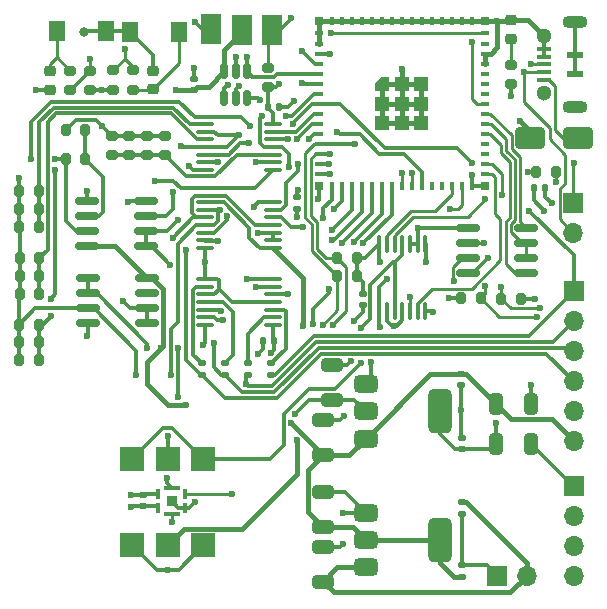
<source format=gbr>
%TF.GenerationSoftware,KiCad,Pcbnew,8.0.6*%
%TF.CreationDate,2025-08-25T15:23:13+02:00*%
%TF.ProjectId,probe,70726f62-652e-46b6-9963-61645f706362,V4-0*%
%TF.SameCoordinates,Original*%
%TF.FileFunction,Copper,L1,Top*%
%TF.FilePolarity,Positive*%
%FSLAX46Y46*%
G04 Gerber Fmt 4.6, Leading zero omitted, Abs format (unit mm)*
G04 Created by KiCad (PCBNEW 8.0.6) date 2025-08-25 15:23:13*
%MOMM*%
%LPD*%
G01*
G04 APERTURE LIST*
G04 Aperture macros list*
%AMRoundRect*
0 Rectangle with rounded corners*
0 $1 Rounding radius*
0 $2 $3 $4 $5 $6 $7 $8 $9 X,Y pos of 4 corners*
0 Add a 4 corners polygon primitive as box body*
4,1,4,$2,$3,$4,$5,$6,$7,$8,$9,$2,$3,0*
0 Add four circle primitives for the rounded corners*
1,1,$1+$1,$2,$3*
1,1,$1+$1,$4,$5*
1,1,$1+$1,$6,$7*
1,1,$1+$1,$8,$9*
0 Add four rect primitives between the rounded corners*
20,1,$1+$1,$2,$3,$4,$5,0*
20,1,$1+$1,$4,$5,$6,$7,0*
20,1,$1+$1,$6,$7,$8,$9,0*
20,1,$1+$1,$8,$9,$2,$3,0*%
%AMFreePoly0*
4,1,6,0.600000,-0.600000,-0.600000,-0.600000,-0.600000,0.000000,0.000000,0.600000,0.600000,0.600000,0.600000,-0.600000,0.600000,-0.600000,$1*%
G04 Aperture macros list end*
%TA.AperFunction,SMDPad,CuDef*%
%ADD10RoundRect,0.200000X-0.200000X-0.275000X0.200000X-0.275000X0.200000X0.275000X-0.200000X0.275000X0*%
%TD*%
%TA.AperFunction,SMDPad,CuDef*%
%ADD11R,1.250000X0.400000*%
%TD*%
%TA.AperFunction,ComponentPad*%
%ADD12O,2.140000X1.070000*%
%TD*%
%TA.AperFunction,ComponentPad*%
%ADD13C,1.300000*%
%TD*%
%TA.AperFunction,SMDPad,CuDef*%
%ADD14R,1.350000X0.600000*%
%TD*%
%TA.AperFunction,ComponentPad*%
%ADD15R,1.700000X1.700000*%
%TD*%
%TA.AperFunction,ComponentPad*%
%ADD16O,1.700000X1.700000*%
%TD*%
%TA.AperFunction,SMDPad,CuDef*%
%ADD17RoundRect,0.225000X0.250000X-0.225000X0.250000X0.225000X-0.250000X0.225000X-0.250000X-0.225000X0*%
%TD*%
%TA.AperFunction,SMDPad,CuDef*%
%ADD18RoundRect,0.250000X-1.000000X-0.650000X1.000000X-0.650000X1.000000X0.650000X-1.000000X0.650000X0*%
%TD*%
%TA.AperFunction,SMDPad,CuDef*%
%ADD19RoundRect,0.200000X0.275000X-0.200000X0.275000X0.200000X-0.275000X0.200000X-0.275000X-0.200000X0*%
%TD*%
%TA.AperFunction,SMDPad,CuDef*%
%ADD20R,1.350000X1.800000*%
%TD*%
%TA.AperFunction,SMDPad,CuDef*%
%ADD21RoundRect,0.200000X0.200000X0.275000X-0.200000X0.275000X-0.200000X-0.275000X0.200000X-0.275000X0*%
%TD*%
%TA.AperFunction,SMDPad,CuDef*%
%ADD22RoundRect,0.140000X0.170000X-0.140000X0.170000X0.140000X-0.170000X0.140000X-0.170000X-0.140000X0*%
%TD*%
%TA.AperFunction,SMDPad,CuDef*%
%ADD23R,1.400000X0.350000*%
%TD*%
%TA.AperFunction,SMDPad,CuDef*%
%ADD24R,0.350000X0.900000*%
%TD*%
%TA.AperFunction,SMDPad,CuDef*%
%ADD25R,0.900000X0.900000*%
%TD*%
%TA.AperFunction,SMDPad,CuDef*%
%ADD26RoundRect,0.140000X-0.140000X-0.170000X0.140000X-0.170000X0.140000X0.170000X-0.140000X0.170000X0*%
%TD*%
%TA.AperFunction,SMDPad,CuDef*%
%ADD27RoundRect,0.225000X-0.250000X0.225000X-0.250000X-0.225000X0.250000X-0.225000X0.250000X0.225000X0*%
%TD*%
%TA.AperFunction,SMDPad,CuDef*%
%ADD28RoundRect,0.140000X-0.170000X0.140000X-0.170000X-0.140000X0.170000X-0.140000X0.170000X0.140000X0*%
%TD*%
%TA.AperFunction,SMDPad,CuDef*%
%ADD29RoundRect,0.250000X0.650000X-0.325000X0.650000X0.325000X-0.650000X0.325000X-0.650000X-0.325000X0*%
%TD*%
%TA.AperFunction,SMDPad,CuDef*%
%ADD30RoundRect,0.100000X-0.637500X-0.100000X0.637500X-0.100000X0.637500X0.100000X-0.637500X0.100000X0*%
%TD*%
%TA.AperFunction,SMDPad,CuDef*%
%ADD31R,2.000000X2.000000*%
%TD*%
%TA.AperFunction,SMDPad,CuDef*%
%ADD32RoundRect,0.375000X-0.625000X-0.375000X0.625000X-0.375000X0.625000X0.375000X-0.625000X0.375000X0*%
%TD*%
%TA.AperFunction,SMDPad,CuDef*%
%ADD33RoundRect,0.500000X-0.500000X-1.400000X0.500000X-1.400000X0.500000X1.400000X-0.500000X1.400000X0*%
%TD*%
%TA.AperFunction,SMDPad,CuDef*%
%ADD34R,0.800000X0.400000*%
%TD*%
%TA.AperFunction,SMDPad,CuDef*%
%ADD35R,0.400000X0.800000*%
%TD*%
%TA.AperFunction,SMDPad,CuDef*%
%ADD36FreePoly0,0.000000*%
%TD*%
%TA.AperFunction,SMDPad,CuDef*%
%ADD37R,1.200000X1.200000*%
%TD*%
%TA.AperFunction,SMDPad,CuDef*%
%ADD38R,0.800000X0.800000*%
%TD*%
%TA.AperFunction,SMDPad,CuDef*%
%ADD39RoundRect,0.150000X-0.150000X0.512500X-0.150000X-0.512500X0.150000X-0.512500X0.150000X0.512500X0*%
%TD*%
%TA.AperFunction,SMDPad,CuDef*%
%ADD40RoundRect,0.250000X-0.325000X-0.650000X0.325000X-0.650000X0.325000X0.650000X-0.325000X0.650000X0*%
%TD*%
%TA.AperFunction,SMDPad,CuDef*%
%ADD41RoundRect,0.200000X-0.275000X0.200000X-0.275000X-0.200000X0.275000X-0.200000X0.275000X0.200000X0*%
%TD*%
%TA.AperFunction,SMDPad,CuDef*%
%ADD42RoundRect,0.150000X0.825000X0.150000X-0.825000X0.150000X-0.825000X-0.150000X0.825000X-0.150000X0*%
%TD*%
%TA.AperFunction,SMDPad,CuDef*%
%ADD43R,1.750000X2.500000*%
%TD*%
%TA.AperFunction,SMDPad,CuDef*%
%ADD44RoundRect,0.150000X-0.825000X-0.150000X0.825000X-0.150000X0.825000X0.150000X-0.825000X0.150000X0*%
%TD*%
%TA.AperFunction,SMDPad,CuDef*%
%ADD45RoundRect,0.218750X-0.256250X0.218750X-0.256250X-0.218750X0.256250X-0.218750X0.256250X0.218750X0*%
%TD*%
%TA.AperFunction,SMDPad,CuDef*%
%ADD46RoundRect,0.100000X0.100000X-0.637500X0.100000X0.637500X-0.100000X0.637500X-0.100000X-0.637500X0*%
%TD*%
%TA.AperFunction,ViaPad*%
%ADD47C,0.600000*%
%TD*%
%TA.AperFunction,ViaPad*%
%ADD48C,0.800000*%
%TD*%
%TA.AperFunction,Conductor*%
%ADD49C,0.400000*%
%TD*%
%TA.AperFunction,Conductor*%
%ADD50C,0.350000*%
%TD*%
%TA.AperFunction,Conductor*%
%ADD51C,0.300000*%
%TD*%
%TA.AperFunction,Conductor*%
%ADD52C,0.250000*%
%TD*%
G04 APERTURE END LIST*
D10*
%TO.P,R22,1*%
%TO.N,/Signal*%
X145025000Y-32760000D03*
%TO.P,R22,2*%
%TO.N,Net-(U5B--)*%
X146675000Y-32760000D03*
%TD*%
D11*
%TO.P,J2,1,VBUS*%
%TO.N,Net-(D1-A)*%
X185500000Y-26000000D03*
%TO.P,J2,2,D-*%
%TO.N,D-*%
X185500000Y-25350000D03*
%TO.P,J2,3,D+*%
%TO.N,D+*%
X185500000Y-24700000D03*
%TO.P,J2,4,ID*%
%TO.N,GND*%
X185500000Y-24050000D03*
%TO.P,J2,5,GND*%
X185500000Y-23400000D03*
D12*
%TO.P,J2,6,Shield*%
X188125000Y-21100000D03*
D13*
X185475000Y-22275000D03*
D14*
X188150000Y-23900000D03*
X188150000Y-25500000D03*
D13*
X185475000Y-27125000D03*
D12*
X188125000Y-28300000D03*
%TD*%
D15*
%TO.P,J1,1,Pin_1*%
%TO.N,GND*%
X181525000Y-68000000D03*
D16*
%TO.P,J1,2,Pin_2*%
%TO.N,9V*%
X184065000Y-68000000D03*
%TD*%
D17*
%TO.P,C11,1*%
%TO.N,Net-(C11-Pad1)*%
X152425000Y-26800000D03*
%TO.P,C11,2*%
%TO.N,GND*%
X152425000Y-25250000D03*
%TD*%
D18*
%TO.P,D1,1,K*%
%TO.N,5V*%
X184350000Y-30950000D03*
%TO.P,D1,2,A*%
%TO.N,Net-(D1-A)*%
X188350000Y-30950000D03*
%TD*%
D19*
%TO.P,R1,1*%
%TO.N,Net-(C11-Pad1)*%
X150725000Y-26850000D03*
%TO.P,R1,2*%
%TO.N,EN*%
X150725000Y-25200000D03*
%TD*%
D20*
%TO.P,SW1,1,1*%
%TO.N,GND*%
X150475000Y-21950000D03*
%TO.P,SW1,2,2*%
%TO.N,Net-(C11-Pad1)*%
X154625000Y-21950000D03*
%TD*%
D21*
%TO.P,R12,1*%
%TO.N,Net-(U6-NO2)*%
X142775000Y-42650000D03*
%TO.P,R12,2*%
%TO.N,/AMP*%
X141125000Y-42650000D03*
%TD*%
D22*
%TO.P,C13,1*%
%TO.N,5V*%
X155862500Y-26905000D03*
%TO.P,C13,2*%
%TO.N,GND*%
X155862500Y-25945000D03*
%TD*%
D23*
%TO.P,U13,1,SDA*%
%TO.N,SDA*%
X153975000Y-62815000D03*
D24*
%TO.P,U13,2,SA0*%
%TO.N,GND*%
X155100000Y-62265000D03*
%TO.P,U13,3,SCL*%
%TO.N,SCL*%
X155100000Y-61115000D03*
D23*
%TO.P,U13,4,INT*%
%TO.N,INT*%
X153975000Y-60565000D03*
D24*
%TO.P,U13,5,GND*%
%TO.N,GND*%
X152850000Y-61115000D03*
%TO.P,U13,6,VDD*%
%TO.N,3V3*%
X152850000Y-62265000D03*
D25*
%TO.P,U13,7,LID*%
%TO.N,GND*%
X153975000Y-61690000D03*
%TD*%
D22*
%TO.P,C15,1*%
%TO.N,/UNB_DAC*%
X156515000Y-51000000D03*
%TO.P,C15,2*%
%TO.N,C_UBD*%
X156515000Y-50040000D03*
%TD*%
D19*
%TO.P,R26,1*%
%TO.N,3V3*%
X162162500Y-26650000D03*
%TO.P,R26,2*%
%TO.N,GPIO42*%
X162162500Y-25000000D03*
%TD*%
%TO.P,R18,1*%
%TO.N,/Calib*%
X150400000Y-32400000D03*
%TO.P,R18,2*%
%TO.N,GND*%
X150400000Y-30750000D03*
%TD*%
D22*
%TO.P,C16,1*%
%TO.N,/DAC*%
X158485000Y-51000000D03*
%TO.P,C16,2*%
%TO.N,C_DAC*%
X158485000Y-50040000D03*
%TD*%
D26*
%TO.P,C19,1*%
%TO.N,3V3*%
X162140000Y-28350000D03*
%TO.P,C19,2*%
%TO.N,GND*%
X163100000Y-28350000D03*
%TD*%
%TO.P,C22,1*%
%TO.N,3V3*%
X161720000Y-48150000D03*
%TO.P,C22,2*%
%TO.N,GND*%
X162680000Y-48150000D03*
%TD*%
D22*
%TO.P,C8,1*%
%TO.N,5V*%
X178600000Y-68100000D03*
%TO.P,C8,2*%
%TO.N,GND*%
X178600000Y-67140000D03*
%TD*%
%TO.P,C17,1*%
%TO.N,/AMP*%
X160455000Y-51000000D03*
%TO.P,C17,2*%
%TO.N,C_AMP*%
X160455000Y-50040000D03*
%TD*%
D10*
%TO.P,R27,1*%
%TO.N,3V3*%
X178500000Y-44515000D03*
%TO.P,R27,2*%
%TO.N,RS485_A+*%
X180150000Y-44515000D03*
%TD*%
D21*
%TO.P,R15,1*%
%TO.N,Net-(U6-NO3)*%
X142725000Y-48250000D03*
%TO.P,R15,2*%
%TO.N,/AMP*%
X141075000Y-48250000D03*
%TD*%
D19*
%TO.P,R19,1*%
%TO.N,/Calib*%
X151900000Y-32400000D03*
%TO.P,R19,2*%
%TO.N,GND*%
X151900000Y-30750000D03*
%TD*%
D21*
%TO.P,R16,1*%
%TO.N,Net-(U6-NO3)*%
X142725000Y-46750000D03*
%TO.P,R16,2*%
%TO.N,/AMP*%
X141075000Y-46750000D03*
%TD*%
D20*
%TO.P,SW2,1,1*%
%TO.N,GND*%
X148400000Y-21925000D03*
%TO.P,SW2,2,2*%
%TO.N,Net-(C12-Pad1)*%
X144250000Y-21925000D03*
%TD*%
D15*
%TO.P,J5,1,Pin_1*%
%TO.N,D+*%
X188000000Y-36450000D03*
D16*
%TO.P,J5,2,Pin_2*%
%TO.N,D-*%
X188000000Y-38990000D03*
%TD*%
D27*
%TO.P,C12,1*%
%TO.N,Net-(C12-Pad1)*%
X143675000Y-25300000D03*
%TO.P,C12,2*%
%TO.N,GND*%
X143675000Y-26850000D03*
%TD*%
D21*
%TO.P,R23,1*%
%TO.N,RS485_A+*%
X186500000Y-33800000D03*
%TO.P,R23,2*%
%TO.N,RS485_B-*%
X184850000Y-33800000D03*
%TD*%
D28*
%TO.P,C21,1*%
%TO.N,3V3*%
X170150000Y-44150000D03*
%TO.P,C21,2*%
%TO.N,GND*%
X170150000Y-45110000D03*
%TD*%
D15*
%TO.P,J6,1,Pin_1*%
%TO.N,GND*%
X188050000Y-60410000D03*
D16*
%TO.P,J6,2,Pin_2*%
%TO.N,RS485_B-*%
X188050000Y-62950000D03*
%TO.P,J6,3,Pin_3*%
%TO.N,RS485_A+*%
X188050000Y-65490000D03*
%TO.P,J6,4,Pin_4*%
%TO.N,9V*%
X188050000Y-68030000D03*
%TD*%
D29*
%TO.P,C6,1*%
%TO.N,9V*%
X166800000Y-68500000D03*
%TO.P,C6,2*%
%TO.N,GND*%
X166800000Y-65550000D03*
%TD*%
D30*
%TO.P,U7,1,NO1*%
%TO.N,/Au+*%
X156812500Y-36375000D03*
%TO.P,U7,2,COM1*%
%TO.N,/AMP*%
X156812500Y-37025000D03*
%TO.P,U7,3,NO2*%
%TO.N,/Au-*%
X156812500Y-37675000D03*
%TO.P,U7,4,COM2*%
%TO.N,/AMP*%
X156812500Y-38325000D03*
%TO.P,U7,5,IN2*%
%TO.N,SW_Au-*%
X156812500Y-38975000D03*
%TO.P,U7,6,IN3*%
%TO.N,SW_Au+_GND*%
X156812500Y-39625000D03*
%TO.P,U7,7,GND*%
%TO.N,GND*%
X156812500Y-40275000D03*
%TO.P,U7,8,NO3*%
%TO.N,/Au+*%
X162537500Y-40275000D03*
%TO.P,U7,9,COM3*%
%TO.N,GND*%
X162537500Y-39625000D03*
%TO.P,U7,10,COM4*%
X162537500Y-38975000D03*
%TO.P,U7,11,NO4*%
%TO.N,/Au-*%
X162537500Y-38325000D03*
%TO.P,U7,12,IN4*%
%TO.N,SW_Au-_GND*%
X162537500Y-37675000D03*
%TO.P,U7,13,IN1*%
%TO.N,SW_Au+*%
X162537500Y-37025000D03*
%TO.P,U7,14,VCC*%
%TO.N,3V3*%
X162537500Y-36375000D03*
%TD*%
D21*
%TO.P,R24,1*%
%TO.N,3V3*%
X169650000Y-42662500D03*
%TO.P,R24,2*%
%TO.N,SDA*%
X168000000Y-42662500D03*
%TD*%
D31*
%TO.P,J8,1,Pin_1*%
%TO.N,/Au-*%
X153650000Y-58125000D03*
%TO.P,J8,2,Pin_2*%
%TO.N,Au- Shield*%
X156650000Y-58125000D03*
X150650000Y-58125000D03*
%TD*%
D32*
%TO.P,U2,1,GND*%
%TO.N,GND*%
X170400000Y-51800000D03*
%TO.P,U2,2,VO*%
%TO.N,3V3*%
X170400000Y-54100000D03*
D33*
X176700000Y-54100000D03*
D32*
%TO.P,U2,3,VI*%
%TO.N,5V*%
X170400000Y-56400000D03*
%TD*%
D34*
%TO.P,U4,1,GND*%
%TO.N,GND*%
X166475000Y-22100000D03*
%TO.P,U4,2,GND*%
X166475000Y-22950000D03*
%TO.P,U4,3,3V3*%
%TO.N,3V3*%
X166475000Y-23800000D03*
%TO.P,U4,4,GPIO0/BOOT*%
%TO.N,GPIO0*%
X166475000Y-24650000D03*
%TO.P,U4,5,GPIO1/ADC1_CH0*%
%TO.N,/UNB_DAC*%
X166475000Y-25500000D03*
%TO.P,U4,6,GPIO2/ADC1_CH1*%
%TO.N,/DAC*%
X166475000Y-26350000D03*
%TO.P,U4,7,GPIO3/ADC1_CH2*%
%TO.N,/AMP*%
X166475000Y-27200000D03*
%TO.P,U4,8,GPIO4/ADC1_CH3*%
%TO.N,/Signal*%
X166475000Y-28050000D03*
%TO.P,U4,9,GPIO5/ADC1_CH4*%
%TO.N,SW_R1_100*%
X166475000Y-28900000D03*
%TO.P,U4,10,GPIO6/ADC1_CH5*%
%TO.N,SW_R1_1K*%
X166475000Y-29750000D03*
%TO.P,U4,11,GPIO7/ADC1_CH6*%
%TO.N,SW_R1_10K*%
X166475000Y-30600000D03*
%TO.P,U4,12,GPIO8/ADC1_CH7*%
%TO.N,SDA*%
X166475000Y-31450000D03*
%TO.P,U4,13,GPIO9/ADC1_CH8*%
%TO.N,SCL*%
X166475000Y-32300000D03*
%TO.P,U4,14,GPIO10/ADC1_CH9*%
%TO.N,SW_Au+*%
X166475000Y-33150000D03*
%TO.P,U4,15,GPIO11/ADC2_CH0*%
%TO.N,SW_Au-*%
X166475000Y-34000000D03*
D35*
%TO.P,U4,16,GPIO12/ADC2_CH1*%
%TO.N,SW_Au+_GND*%
X167525000Y-35050000D03*
%TO.P,U4,17,GPIO13/ADC2_CH2*%
%TO.N,SW_Au-_GND*%
X168375000Y-35050000D03*
%TO.P,U4,18,GPIO14/ADC2_CH3*%
%TO.N,SW_UBD*%
X169225000Y-35050000D03*
%TO.P,U4,19,GPIO15/ADC2_CH4/XTAL_32K_P*%
%TO.N,SW_DAC*%
X170075000Y-35050000D03*
%TO.P,U4,20,GPIO16/ADC2_CH5/XTAL_32K_N*%
%TO.N,SW_AMP*%
X170925000Y-35050000D03*
%TO.P,U4,21,ADC2_CH6/DAC_1/GPIO17*%
%TO.N,SW_SGN*%
X171775000Y-35050000D03*
%TO.P,U4,22,ADC2_CH7/DAC_2/GPIO18*%
%TO.N,INT*%
X172625000Y-35050000D03*
%TO.P,U4,23,USB_D-/ADC2_CH8/GPIO19*%
%TO.N,D-*%
X173475000Y-35050000D03*
%TO.P,U4,24,USB_D+/ADC2_CH9/GPIO20*%
%TO.N,D+*%
X174325000Y-35050000D03*
%TO.P,U4,25,GPIO21*%
%TO.N,SW_Calib*%
X175175000Y-35050000D03*
%TO.P,U4,26,SPI_CS1/GPIO26*%
%TO.N,unconnected-(U4-SPI_CS1{slash}GPIO26-Pad26)*%
X176025000Y-35050000D03*
%TO.P,U4,27,NC*%
%TO.N,unconnected-(U4-NC-Pad27)*%
X176875000Y-35050000D03*
%TO.P,U4,28,GPIO33*%
%TO.N,SW_Au+_SH+*%
X177725000Y-35050000D03*
%TO.P,U4,29,GPIO34*%
%TO.N,SW_Au-_SH+*%
X178575000Y-35050000D03*
%TO.P,U4,30,GND*%
%TO.N,GND*%
X179425000Y-35050000D03*
D34*
%TO.P,U4,31,GPIO35*%
%TO.N,SW_Au+_SH-*%
X180475000Y-34000000D03*
%TO.P,U4,32,GPIO36*%
%TO.N,SW_Au-_SH-*%
X180475000Y-33150000D03*
%TO.P,U4,33,GPIO37*%
%TO.N,unconnected-(U4-GPIO37-Pad33)*%
X180475000Y-32300000D03*
%TO.P,U4,34,GPIO38*%
%TO.N,unconnected-(U4-GPIO38-Pad34)*%
X180475000Y-31450000D03*
%TO.P,U4,35,MTCK/JTAG/GPIO39*%
%TO.N,GPIO39*%
X180475000Y-30600000D03*
%TO.P,U4,36,MTDO/JTAG/GPIO40*%
%TO.N,GPIO40*%
X180475000Y-29750000D03*
%TO.P,U4,37,MTDI/JTAG/GPIO41*%
%TO.N,GPIO41*%
X180475000Y-28900000D03*
%TO.P,U4,38,MTMS/JTAG/GPIO42*%
%TO.N,GPIO42*%
X180475000Y-28050000D03*
%TO.P,U4,39,GPIO43/U0TXD/PROG*%
%TO.N,unconnected-(U4-GPIO43{slash}U0TXD{slash}PROG-Pad39)*%
X180475000Y-27200000D03*
%TO.P,U4,40,GPIO44/U0RXD/PROG*%
%TO.N,unconnected-(U4-GPIO44{slash}U0RXD{slash}PROG-Pad40)*%
X180475000Y-26350000D03*
%TO.P,U4,41,GPIO45*%
%TO.N,unconnected-(U4-GPIO45-Pad41)*%
X180475000Y-25500000D03*
%TO.P,U4,42,GND*%
%TO.N,GND*%
X180475000Y-24650000D03*
%TO.P,U4,43,GND*%
X180475000Y-23800000D03*
%TO.P,U4,44,GPIO46*%
%TO.N,unconnected-(U4-GPIO46-Pad44)*%
X180475000Y-22950000D03*
%TO.P,U4,45,CHIP/PU/RESET*%
%TO.N,EN*%
X180475000Y-22100000D03*
D35*
%TO.P,U4,46,GND*%
%TO.N,GND*%
X179425000Y-21050000D03*
%TO.P,U4,47,GND*%
X178575000Y-21050000D03*
%TO.P,U4,48,GND*%
X177725000Y-21050000D03*
%TO.P,U4,49,GND*%
X176875000Y-21050000D03*
%TO.P,U4,50,GND*%
X176025000Y-21050000D03*
%TO.P,U4,51,GND*%
X175175000Y-21050000D03*
%TO.P,U4,52,GND*%
X174325000Y-21050000D03*
%TO.P,U4,53,GND*%
X173475000Y-21050000D03*
%TO.P,U4,54,GND*%
X172625000Y-21050000D03*
%TO.P,U4,55,GND*%
X171775000Y-21050000D03*
%TO.P,U4,56,GND*%
X170925000Y-21050000D03*
%TO.P,U4,57,GND*%
X170075000Y-21050000D03*
%TO.P,U4,58,GND*%
X169225000Y-21050000D03*
%TO.P,U4,59,GND*%
X168375000Y-21050000D03*
%TO.P,U4,60,GND*%
X167525000Y-21050000D03*
D36*
%TO.P,U4,61,GND*%
X171825000Y-26400000D03*
D37*
X171825000Y-28050000D03*
X171825000Y-29700000D03*
X173475000Y-26400000D03*
X173475000Y-28050000D03*
X173475000Y-29700000D03*
X175125000Y-26400000D03*
X175125000Y-28050000D03*
X175125000Y-29700000D03*
D38*
%TO.P,U4,62,GND*%
X166475000Y-21050000D03*
%TO.P,U4,63,GND*%
X166475000Y-35050000D03*
%TO.P,U4,64,GND*%
X180475000Y-35050000D03*
%TO.P,U4,65,GND*%
X180475000Y-21050000D03*
%TD*%
D30*
%TO.P,U6,1,NO1*%
%TO.N,Net-(U6-NO1)*%
X156837500Y-29750000D03*
%TO.P,U6,2,COM1*%
%TO.N,/DAC*%
X156837500Y-30400000D03*
%TO.P,U6,3,NO2*%
%TO.N,Net-(U6-NO2)*%
X156837500Y-31050000D03*
%TO.P,U6,4,COM2*%
%TO.N,/DAC*%
X156837500Y-31700000D03*
%TO.P,U6,5,IN2*%
%TO.N,SW_R1_1K*%
X156837500Y-32350000D03*
%TO.P,U6,6,IN3*%
%TO.N,SW_R1_10K*%
X156837500Y-33000000D03*
%TO.P,U6,7,GND*%
%TO.N,GND*%
X156837500Y-33650000D03*
%TO.P,U6,8,NO3*%
%TO.N,Net-(U6-NO3)*%
X162562500Y-33650000D03*
%TO.P,U6,9,COM3*%
%TO.N,/DAC*%
X162562500Y-33000000D03*
%TO.P,U6,10,COM4*%
%TO.N,/Calib*%
X162562500Y-32350000D03*
%TO.P,U6,11,NO4*%
%TO.N,/AMP*%
X162562500Y-31700000D03*
%TO.P,U6,12,IN4*%
%TO.N,SW_Calib*%
X162562500Y-31050000D03*
%TO.P,U6,13,IN1*%
%TO.N,SW_R1_100*%
X162562500Y-30400000D03*
%TO.P,U6,14,VCC*%
%TO.N,3V3*%
X162562500Y-29750000D03*
%TD*%
D28*
%TO.P,C20,1*%
%TO.N,3V3*%
X164600000Y-35970000D03*
%TO.P,C20,2*%
%TO.N,GND*%
X164600000Y-36930000D03*
%TD*%
D39*
%TO.P,U1,1,VOUT*%
%TO.N,/UNB_DAC*%
X160350000Y-25300000D03*
%TO.P,U1,2,VSS*%
%TO.N,GND*%
X159400000Y-25300000D03*
%TO.P,U1,3,VDD*%
%TO.N,5V*%
X158450000Y-25300000D03*
%TO.P,U1,4,SDA*%
%TO.N,SDA*%
X158450000Y-27575000D03*
%TO.P,U1,5,SCL*%
%TO.N,SCL*%
X159400000Y-27575000D03*
%TO.P,U1,6,A0*%
%TO.N,GND*%
X160350000Y-27575000D03*
%TD*%
D29*
%TO.P,C7,1*%
%TO.N,5V*%
X166800000Y-63900000D03*
%TO.P,C7,2*%
%TO.N,GND*%
X166800000Y-60950000D03*
%TD*%
D22*
%TO.P,C18,1*%
%TO.N,/Signal*%
X162425000Y-51000000D03*
%TO.P,C18,2*%
%TO.N,C_SGN*%
X162425000Y-50040000D03*
%TD*%
D28*
%TO.P,C1,1*%
%TO.N,5V*%
X178500000Y-50920000D03*
%TO.P,C1,2*%
%TO.N,GND*%
X178500000Y-51880000D03*
%TD*%
D21*
%TO.P,R10,1*%
%TO.N,Net-(U6-NO1)*%
X142750000Y-35450000D03*
%TO.P,R10,2*%
%TO.N,/AMP*%
X141100000Y-35450000D03*
%TD*%
D10*
%TO.P,R21,1*%
%TO.N,GND*%
X145025000Y-30250000D03*
%TO.P,R21,2*%
%TO.N,Net-(U5B--)*%
X146675000Y-30250000D03*
%TD*%
D40*
%TO.P,C10,1*%
%TO.N,3V3*%
X181450000Y-56825000D03*
%TO.P,C10,2*%
%TO.N,GND*%
X184400000Y-56825000D03*
%TD*%
D41*
%TO.P,R2,1*%
%TO.N,Net-(C12-Pad1)*%
X145375000Y-25250000D03*
%TO.P,R2,2*%
%TO.N,GPIO0*%
X145375000Y-26900000D03*
%TD*%
D40*
%TO.P,C9,1*%
%TO.N,5V*%
X181450000Y-53475000D03*
%TO.P,C9,2*%
%TO.N,GND*%
X184400000Y-53475000D03*
%TD*%
D19*
%TO.P,R7,1*%
%TO.N,3V3*%
X149025000Y-26875000D03*
%TO.P,R7,2*%
%TO.N,EN*%
X149025000Y-25225000D03*
%TD*%
D21*
%TO.P,R8,1*%
%TO.N,Net-(U6-NO1)*%
X142750000Y-38450000D03*
%TO.P,R8,2*%
%TO.N,/AMP*%
X141100000Y-38450000D03*
%TD*%
%TO.P,R25,1*%
%TO.N,3V3*%
X169650000Y-41112500D03*
%TO.P,R25,2*%
%TO.N,SCL*%
X168000000Y-41112500D03*
%TD*%
D42*
%TO.P,U12,1,RO*%
%TO.N,GPIO39*%
X184025000Y-42360000D03*
%TO.P,U12,2,~{RE}*%
%TO.N,GPIO40*%
X184025000Y-41090000D03*
%TO.P,U12,3,DE*%
X184025000Y-39820000D03*
%TO.P,U12,4,DI*%
%TO.N,GPIO41*%
X184025000Y-38550000D03*
%TO.P,U12,5,GND*%
%TO.N,GND*%
X179075000Y-38550000D03*
%TO.P,U12,6,A*%
%TO.N,RS485_A+*%
X179075000Y-39820000D03*
%TO.P,U12,7,B*%
%TO.N,RS485_B-*%
X179075000Y-41090000D03*
%TO.P,U12,8,VCC*%
%TO.N,3V3*%
X179075000Y-42360000D03*
%TD*%
D43*
%TO.P,J4,1,Pin_1*%
%TO.N,GND*%
X157300000Y-21750000D03*
%TO.P,J4,2,Pin_2*%
%TO.N,5V*%
X159900000Y-21800000D03*
%TO.P,J4,3,Pin_3*%
%TO.N,GPIO42*%
X162500000Y-21800000D03*
%TD*%
D21*
%TO.P,R13,1*%
%TO.N,Net-(U6-NO2)*%
X142775000Y-41150000D03*
%TO.P,R13,2*%
%TO.N,/AMP*%
X141125000Y-41150000D03*
%TD*%
D19*
%TO.P,R20,1*%
%TO.N,/Calib*%
X153400000Y-32400000D03*
%TO.P,R20,2*%
%TO.N,GND*%
X153400000Y-30750000D03*
%TD*%
D44*
%TO.P,U9,1*%
%TO.N,Net-(U10-COM1)*%
X146925000Y-42835000D03*
%TO.P,U9,2,-*%
X146925000Y-44105000D03*
%TO.P,U9,3,+*%
%TO.N,/AMP*%
X146925000Y-45375000D03*
%TO.P,U9,4,V-*%
%TO.N,GND*%
X146925000Y-46645000D03*
%TO.P,U9,5,+*%
X151875000Y-46645000D03*
%TO.P,U9,6,-*%
X151875000Y-45375000D03*
%TO.P,U9,7*%
%TO.N,unconnected-(U9-Pad7)*%
X151875000Y-44105000D03*
%TO.P,U9,8,V+*%
%TO.N,5V*%
X151875000Y-42835000D03*
%TD*%
D21*
%TO.P,R11,1*%
%TO.N,Net-(U6-NO2)*%
X142775000Y-44150000D03*
%TO.P,R11,2*%
%TO.N,/AMP*%
X141125000Y-44150000D03*
%TD*%
D28*
%TO.P,C5,1*%
%TO.N,9V*%
X178600000Y-61800000D03*
%TO.P,C5,2*%
%TO.N,GND*%
X178600000Y-62760000D03*
%TD*%
D21*
%TO.P,R14,1*%
%TO.N,Net-(U6-NO3)*%
X142725000Y-49750000D03*
%TO.P,R14,2*%
%TO.N,/AMP*%
X141075000Y-49750000D03*
%TD*%
D19*
%TO.P,R17,1*%
%TO.N,/Calib*%
X148900000Y-32400000D03*
%TO.P,R17,2*%
%TO.N,GND*%
X148900000Y-30750000D03*
%TD*%
D15*
%TO.P,J3,1,Pin_1*%
%TO.N,/Signal*%
X188050000Y-43910000D03*
D16*
%TO.P,J3,2,Pin_2*%
%TO.N,/AMP*%
X188050000Y-46450000D03*
%TO.P,J3,3,Pin_3*%
%TO.N,/DAC*%
X188050000Y-48990000D03*
%TO.P,J3,4,Pin_4*%
%TO.N,/UNB_DAC*%
X188050000Y-51530000D03*
%TO.P,J3,5,Pin_5*%
%TO.N,3V3*%
X188050000Y-54070000D03*
%TO.P,J3,6,Pin_6*%
%TO.N,5V*%
X188050000Y-56610000D03*
%TD*%
D42*
%TO.P,U5,1*%
%TO.N,/DAC*%
X151800000Y-40130000D03*
%TO.P,U5,2,-*%
X151800000Y-38860000D03*
%TO.P,U5,3,+*%
%TO.N,/UNB_DAC*%
X151800000Y-37590000D03*
%TO.P,U5,4,V-*%
%TO.N,GND*%
X151800000Y-36320000D03*
%TO.P,U5,5,+*%
%TO.N,/AMP*%
X146850000Y-36320000D03*
%TO.P,U5,6,-*%
%TO.N,Net-(U5B--)*%
X146850000Y-37590000D03*
%TO.P,U5,7*%
%TO.N,/Signal*%
X146850000Y-38860000D03*
%TO.P,U5,8,V+*%
%TO.N,5V*%
X146850000Y-40130000D03*
%TD*%
D30*
%TO.P,U8,1,NO1*%
%TO.N,GND*%
X156850000Y-42875000D03*
%TO.P,U8,2,COM1*%
%TO.N,C_UBD*%
X156850000Y-43525000D03*
%TO.P,U8,3,NO2*%
%TO.N,GND*%
X156850000Y-44175000D03*
%TO.P,U8,4,COM2*%
%TO.N,C_DAC*%
X156850000Y-44825000D03*
%TO.P,U8,5,IN2*%
%TO.N,SW_DAC*%
X156850000Y-45475000D03*
%TO.P,U8,6,IN3*%
%TO.N,SW_AMP*%
X156850000Y-46125000D03*
%TO.P,U8,7,GND*%
%TO.N,GND*%
X156850000Y-46775000D03*
%TO.P,U8,8,NO3*%
X162575000Y-46775000D03*
%TO.P,U8,9,COM3*%
%TO.N,C_AMP*%
X162575000Y-46125000D03*
%TO.P,U8,10,COM4*%
%TO.N,C_SGN*%
X162575000Y-45475000D03*
%TO.P,U8,11,NO4*%
%TO.N,GND*%
X162575000Y-44825000D03*
%TO.P,U8,12,IN4*%
%TO.N,SW_SGN*%
X162575000Y-44175000D03*
%TO.P,U8,13,IN1*%
%TO.N,SW_UBD*%
X162575000Y-43525000D03*
%TO.P,U8,14,VCC*%
%TO.N,3V3*%
X162575000Y-42875000D03*
%TD*%
D10*
%TO.P,R28,1*%
%TO.N,RS485_B-*%
X181875000Y-44550000D03*
%TO.P,R28,2*%
%TO.N,GND*%
X183525000Y-44550000D03*
%TD*%
D22*
%TO.P,C23,1*%
%TO.N,3V3*%
X151550000Y-62125000D03*
%TO.P,C23,2*%
%TO.N,GND*%
X151550000Y-61165000D03*
%TD*%
D41*
%TO.P,R6,1*%
%TO.N,GPIO0*%
X147075000Y-25250000D03*
%TO.P,R6,2*%
%TO.N,3V3*%
X147075000Y-26900000D03*
%TD*%
D32*
%TO.P,U3,1,GND*%
%TO.N,GND*%
X170400000Y-62700000D03*
%TO.P,U3,2,VO*%
%TO.N,5V*%
X170400000Y-65000000D03*
D33*
X176700000Y-65000000D03*
D32*
%TO.P,U3,3,VI*%
%TO.N,9V*%
X170400000Y-67300000D03*
%TD*%
D26*
%TO.P,C14,1*%
%TO.N,3V3*%
X184670000Y-35150000D03*
%TO.P,C14,2*%
%TO.N,GND*%
X185630000Y-35150000D03*
%TD*%
D31*
%TO.P,J7,1,Pin_1*%
%TO.N,/Au+*%
X153650000Y-65425000D03*
%TO.P,J7,2,Pin_2*%
%TO.N,Au+ Shield*%
X150650000Y-65425000D03*
X156650000Y-65425000D03*
%TD*%
D45*
%TO.P,D4,1,K*%
%TO.N,GND*%
X182675000Y-20962500D03*
%TO.P,D4,2,A*%
%TO.N,Net-(D4-A)*%
X182675000Y-22537500D03*
%TD*%
D41*
%TO.P,R5,1*%
%TO.N,Net-(D4-A)*%
X182675000Y-24750000D03*
%TO.P,R5,2*%
%TO.N,3V3*%
X182675000Y-26400000D03*
%TD*%
D22*
%TO.P,C3,1*%
%TO.N,3V3*%
X178600000Y-57280000D03*
%TO.P,C3,2*%
%TO.N,GND*%
X178600000Y-56320000D03*
%TD*%
D46*
%TO.P,U10,1,NO1*%
%TO.N,Au+ Shield*%
X171575000Y-45625000D03*
%TO.P,U10,2,COM1*%
%TO.N,Net-(U10-COM1)*%
X172225000Y-45625000D03*
%TO.P,U10,3,NO2*%
%TO.N,Au- Shield*%
X172875000Y-45625000D03*
%TO.P,U10,4,COM2*%
%TO.N,Net-(U10-COM1)*%
X173525000Y-45625000D03*
%TO.P,U10,5,IN2*%
%TO.N,SW_Au-_SH+*%
X174175000Y-45625000D03*
%TO.P,U10,6,IN3*%
%TO.N,SW_Au+_SH-*%
X174825000Y-45625000D03*
%TO.P,U10,7,GND*%
%TO.N,GND*%
X175475000Y-45625000D03*
%TO.P,U10,8,NO3*%
%TO.N,Au+ Shield*%
X175475000Y-39900000D03*
%TO.P,U10,9,COM3*%
%TO.N,GND*%
X174825000Y-39900000D03*
%TO.P,U10,10,COM4*%
X174175000Y-39900000D03*
%TO.P,U10,11,NO4*%
%TO.N,Au- Shield*%
X173525000Y-39900000D03*
%TO.P,U10,12,IN4*%
%TO.N,SW_Au-_SH-*%
X172875000Y-39900000D03*
%TO.P,U10,13,IN1*%
%TO.N,SW_Au+_SH+*%
X172225000Y-39900000D03*
%TO.P,U10,14,VCC*%
%TO.N,3V3*%
X171575000Y-39900000D03*
%TD*%
D29*
%TO.P,C2,1*%
%TO.N,3V3*%
X167550000Y-53125000D03*
%TO.P,C2,2*%
%TO.N,GND*%
X167550000Y-50175000D03*
%TD*%
D21*
%TO.P,R9,1*%
%TO.N,Net-(U6-NO1)*%
X142750000Y-36950000D03*
%TO.P,R9,2*%
%TO.N,/AMP*%
X141100000Y-36950000D03*
%TD*%
D29*
%TO.P,C4,1*%
%TO.N,5V*%
X166800000Y-57775000D03*
%TO.P,C4,2*%
%TO.N,GND*%
X166800000Y-54825000D03*
%TD*%
D47*
%TO.N,5V*%
X153100000Y-48750000D03*
X155200000Y-53550000D03*
X183500000Y-29500000D03*
X164125000Y-55100000D03*
X154350000Y-26900000D03*
%TO.N,GND*%
X169150000Y-49850000D03*
X186150000Y-36450000D03*
X168450000Y-65300000D03*
X162422880Y-49122880D03*
X148100000Y-29950000D03*
X156812500Y-41450000D03*
X181550000Y-21050000D03*
X169400000Y-46450000D03*
X164350000Y-27850000D03*
X178500000Y-54000000D03*
X156000000Y-61750000D03*
X155450000Y-33300000D03*
X142500000Y-26850000D03*
X161487500Y-27750000D03*
X170850000Y-49900000D03*
X168600000Y-54450000D03*
X156650000Y-48500000D03*
X161300000Y-38975000D03*
X150300000Y-36350000D03*
X176150000Y-45650000D03*
D48*
X146600000Y-21950000D03*
D47*
X159450000Y-24075000D03*
X184400000Y-51900000D03*
X168450000Y-62700000D03*
X179450000Y-34050000D03*
X149850000Y-44750000D03*
X155950000Y-21150000D03*
X146850000Y-47750000D03*
X184750000Y-44550000D03*
X155850000Y-25050000D03*
X173450000Y-25100000D03*
X174850000Y-38600000D03*
X164600000Y-37600000D03*
X166400000Y-36150000D03*
X150550000Y-61150000D03*
%TO.N,3V3*%
X160350000Y-42900000D03*
X148050000Y-26900000D03*
X185550000Y-37100000D03*
X182700000Y-27400000D03*
X181450000Y-55100000D03*
X164400001Y-54319238D03*
X167400000Y-23800000D03*
X161300000Y-49200000D03*
X160950000Y-36750000D03*
X150550000Y-62150000D03*
X180750000Y-41150000D03*
X171600000Y-41450000D03*
X177500000Y-44500000D03*
X163090380Y-26340380D03*
X164675000Y-35394238D03*
%TO.N,/UNB_DAC*%
X155200000Y-40400000D03*
X160400000Y-24075000D03*
X154100000Y-35500000D03*
%TO.N,/DAC*%
X165000000Y-26300000D03*
X154750000Y-31650000D03*
X161100000Y-33000000D03*
X153850000Y-41700000D03*
X157550000Y-48300000D03*
X154550000Y-37900000D03*
X159700000Y-30700000D03*
%TO.N,/AMP*%
X158086827Y-37025000D03*
X161650000Y-29075793D03*
X141100000Y-34350000D03*
X160300000Y-51800000D03*
X146850000Y-35450000D03*
X153900000Y-51050000D03*
X150950000Y-51050000D03*
X163700000Y-29050000D03*
X163900000Y-33400000D03*
%TO.N,/Signal*%
X179450000Y-33100000D03*
X160600000Y-29950000D03*
X184200000Y-37100000D03*
X144150000Y-32750000D03*
X164279967Y-29725793D03*
X142050000Y-32700000D03*
%TO.N,D+*%
X188019975Y-33030025D03*
X184400000Y-24700000D03*
X174350000Y-33900000D03*
%TO.N,D-*%
X183775000Y-25350000D03*
X173500000Y-33900000D03*
%TO.N,GPIO42*%
X164100000Y-20800000D03*
X179400000Y-22800000D03*
%TO.N,RS485_B-*%
X177867610Y-43036244D03*
X184125000Y-33800000D03*
X185200000Y-45350000D03*
X181850000Y-43550000D03*
%TO.N,RS485_A+*%
X180500000Y-43500000D03*
X186500000Y-34700000D03*
X184900000Y-46100000D03*
X180450000Y-39850000D03*
%TO.N,Au+ Shield*%
X153700000Y-67500000D03*
X172225000Y-42900000D03*
X175500000Y-41450000D03*
X171600000Y-46950000D03*
%TO.N,/Au+*%
X164567525Y-56532475D03*
X165100000Y-46850000D03*
%TO.N,/Au-*%
X154550000Y-48750000D03*
X153700000Y-56150000D03*
X154099999Y-39380763D03*
X154550000Y-52850000D03*
%TO.N,Au- Shield*%
X170000000Y-50000000D03*
X170000000Y-47050000D03*
%TO.N,EN*%
X167450000Y-22100000D03*
X150000000Y-23400000D03*
%TO.N,GPIO0*%
X165050000Y-23600000D03*
X147100000Y-24300000D03*
%TO.N,Net-(U6-NO3)*%
X143750000Y-44600000D03*
X143750000Y-46050000D03*
X144150000Y-33700000D03*
X152550000Y-34550000D03*
%TO.N,SDA*%
X166800000Y-46750000D03*
X158756706Y-26444064D03*
X169500000Y-31450000D03*
X154000000Y-63450000D03*
%TO.N,SCL*%
X159100000Y-61100000D03*
X167641942Y-46791942D03*
X159650000Y-26550000D03*
X167400000Y-32300000D03*
%TO.N,INT*%
X153600000Y-59750000D03*
X167300000Y-43700000D03*
X170182722Y-39879523D03*
X165950000Y-46700000D03*
%TO.N,SW_Au-_SH+*%
X177520000Y-36975000D03*
X174180000Y-44420000D03*
%TO.N,SW_UBD*%
X167545000Y-38750000D03*
X161100000Y-43550000D03*
%TO.N,SW_SGN*%
X169394240Y-39744240D03*
X163800000Y-44150000D03*
%TO.N,SW_AMP*%
X158325361Y-46398152D03*
X168409620Y-39809620D03*
%TO.N,SW_R1_1K*%
X160550000Y-31400000D03*
X164612824Y-31044040D03*
%TO.N,SW_Au-_GND*%
X165100000Y-38450000D03*
X167709620Y-36959620D03*
%TO.N,SW_Au-*%
X167350000Y-34000000D03*
X158686827Y-37563173D03*
%TO.N,SW_Calib*%
X168000000Y-30400000D03*
X163800000Y-31050000D03*
%TO.N,SW_Au+*%
X164675000Y-33150000D03*
X167300000Y-33150000D03*
%TO.N,SW_Au+_GND*%
X157900000Y-39650000D03*
X166831942Y-37718058D03*
%TO.N,SW_Au-_SH-*%
X181975000Y-35800000D03*
X180500000Y-36150000D03*
%TO.N,SW_R1_10K*%
X165597077Y-31044040D03*
X157944930Y-33000000D03*
%TO.N,SW_DAC*%
X158190380Y-45609620D03*
X167600000Y-39550000D03*
%TO.N,Net-(U10-COM1)*%
X172814690Y-46862500D03*
X151900000Y-48700000D03*
%TD*%
D49*
%TO.N,5V*%
X176700000Y-66900000D02*
X177900000Y-68100000D01*
X153250000Y-43723026D02*
X152361974Y-42835000D01*
X155200000Y-53550000D02*
X153700000Y-53550000D01*
X182750000Y-54775000D02*
X186215000Y-54775000D01*
X154355000Y-26905000D02*
X155862500Y-26905000D01*
X159900000Y-22075000D02*
X159900000Y-21800000D01*
X156142500Y-26625000D02*
X155862500Y-26905000D01*
X184350000Y-30950000D02*
X184350000Y-30350000D01*
X151900000Y-49950000D02*
X153100000Y-48750000D01*
X166800000Y-57775000D02*
X169025000Y-57775000D01*
X165500000Y-62600000D02*
X165500000Y-59075000D01*
X170400000Y-65000000D02*
X176700000Y-65000000D01*
X153250000Y-48600000D02*
X153250000Y-43723026D01*
X177900000Y-68100000D02*
X178600000Y-68100000D01*
X149170000Y-40130000D02*
X151875000Y-42835000D01*
X153700000Y-53550000D02*
X151900000Y-51750000D01*
X169300000Y-63900000D02*
X170400000Y-65000000D01*
X184350000Y-30950000D02*
X183850000Y-31450000D01*
X157125000Y-26625000D02*
X158450000Y-25300000D01*
X176700000Y-65000000D02*
X176700000Y-66900000D01*
X169025000Y-57775000D02*
X170400000Y-56400000D01*
X158450000Y-23525000D02*
X159900000Y-22075000D01*
X181450000Y-53475000D02*
X182750000Y-54775000D01*
X184350000Y-30350000D02*
X183500000Y-29500000D01*
X152361974Y-42835000D02*
X151875000Y-42835000D01*
X175880000Y-50920000D02*
X178500000Y-50920000D01*
X154350000Y-26900000D02*
X154355000Y-26905000D01*
X166800000Y-63900000D02*
X169300000Y-63900000D01*
X186215000Y-54775000D02*
X188050000Y-56610000D01*
X146850000Y-40130000D02*
X149170000Y-40130000D01*
X153100000Y-48750000D02*
X153250000Y-48600000D01*
X166800000Y-63900000D02*
X165500000Y-62600000D01*
X158450000Y-25300000D02*
X158450000Y-23525000D01*
X164125000Y-55100000D02*
X166800000Y-57775000D01*
X170400000Y-56400000D02*
X175880000Y-50920000D01*
X178500000Y-50920000D02*
X178895000Y-50920000D01*
X178895000Y-50920000D02*
X181450000Y-53475000D01*
X151900000Y-51750000D02*
X151900000Y-49950000D01*
X156142500Y-26625000D02*
X157125000Y-26625000D01*
X165500000Y-59075000D02*
X166800000Y-57775000D01*
X164100000Y-55100000D02*
X164125000Y-55100000D01*
D50*
%TO.N,GND*%
X161312500Y-27575000D02*
X160350000Y-27575000D01*
D49*
X180475000Y-23800000D02*
X180475000Y-24650000D01*
D50*
X152850000Y-61115000D02*
X151600000Y-61115000D01*
X166800000Y-65550000D02*
X168200000Y-65550000D01*
X162575000Y-44825000D02*
X159067462Y-44825000D01*
X150475000Y-45375000D02*
X149850000Y-44750000D01*
D49*
X173475000Y-26400000D02*
X173475000Y-29700000D01*
D50*
X170400000Y-51800000D02*
X170850000Y-51350000D01*
X155862500Y-25945000D02*
X155862500Y-25062500D01*
X155862500Y-25062500D02*
X155850000Y-25050000D01*
X153975000Y-61690000D02*
X154550000Y-62265000D01*
X179425000Y-34075000D02*
X179450000Y-34050000D01*
X146925000Y-46645000D02*
X146925000Y-47675000D01*
X179075000Y-38550000D02*
X174900000Y-38550000D01*
X174900000Y-38550000D02*
X174850000Y-38600000D01*
D49*
X173475000Y-25125000D02*
X173450000Y-25100000D01*
X175125000Y-26400000D02*
X175125000Y-29700000D01*
D50*
X162680000Y-48865760D02*
X162422880Y-49122880D01*
X163100000Y-28350000D02*
X163850000Y-28350000D01*
D49*
X181550000Y-21050000D02*
X182587500Y-21050000D01*
D50*
X154550000Y-62265000D02*
X155300000Y-62265000D01*
X185630000Y-35150000D02*
X185630000Y-35930000D01*
X155300000Y-62265000D02*
X155485000Y-62265000D01*
X179425000Y-35050000D02*
X180475000Y-35050000D01*
X178500000Y-56220000D02*
X178600000Y-56320000D01*
X156850000Y-46775000D02*
X156850000Y-48300000D01*
X181525000Y-68000000D02*
X180665000Y-67140000D01*
X158066984Y-43824522D02*
X157962500Y-43824522D01*
X187985000Y-60410000D02*
X188050000Y-60410000D01*
X166475000Y-35050000D02*
X166475000Y-36075000D01*
D49*
X180475000Y-21050000D02*
X166475000Y-21050000D01*
D50*
X157612022Y-44175000D02*
X157962500Y-43824522D01*
X159067462Y-44825000D02*
X158066984Y-43824522D01*
D49*
X171825000Y-29700000D02*
X171825000Y-26400000D01*
D50*
X188150000Y-23900000D02*
X188150000Y-25500000D01*
X151550000Y-61165000D02*
X150565000Y-61165000D01*
X157300000Y-21750000D02*
X156550000Y-21750000D01*
X184400000Y-53475000D02*
X184400000Y-51900000D01*
D51*
X174825000Y-39900000D02*
X174825000Y-38625000D01*
D50*
X145025000Y-30250000D02*
X145875000Y-29400000D01*
X166475000Y-36075000D02*
X166400000Y-36150000D01*
X155485000Y-62265000D02*
X156000000Y-61750000D01*
X184400000Y-56825000D02*
X187985000Y-60410000D01*
X151600000Y-61115000D02*
X151550000Y-61165000D01*
X183525000Y-44550000D02*
X184750000Y-44550000D01*
X175475000Y-45625000D02*
X176125000Y-45625000D01*
X151875000Y-45375000D02*
X150475000Y-45375000D01*
X157962500Y-43012500D02*
X157825000Y-42875000D01*
X168200000Y-65550000D02*
X168450000Y-65300000D01*
X168225000Y-54825000D02*
X168600000Y-54450000D01*
X163850000Y-28350000D02*
X164350000Y-27850000D01*
X170150000Y-45700000D02*
X169400000Y-46450000D01*
X162680000Y-48150000D02*
X162680000Y-48865760D01*
X159400000Y-25300000D02*
X159400000Y-24125000D01*
D51*
X174825000Y-38625000D02*
X174850000Y-38600000D01*
D50*
X185500000Y-23400000D02*
X185500000Y-22300000D01*
X161487500Y-27750000D02*
X161312500Y-27575000D01*
X146925000Y-47675000D02*
X146850000Y-47750000D01*
D49*
X181025000Y-23800000D02*
X181550000Y-23275000D01*
D50*
X178600000Y-67140000D02*
X178600000Y-62760000D01*
D49*
X182587500Y-21050000D02*
X182675000Y-20962500D01*
D50*
X159400000Y-24125000D02*
X159450000Y-24075000D01*
X152425000Y-23900000D02*
X152425000Y-25250000D01*
X150475000Y-21950000D02*
X152425000Y-23900000D01*
X164600000Y-36930000D02*
X164600000Y-37600000D01*
X185500000Y-23400000D02*
X185500000Y-24050000D01*
X170850000Y-51350000D02*
X170850000Y-49900000D01*
X156837500Y-33650000D02*
X155800000Y-33650000D01*
X151875000Y-45375000D02*
X151875000Y-46645000D01*
X162575000Y-48045000D02*
X162680000Y-48150000D01*
D49*
X184162500Y-20962500D02*
X185475000Y-22275000D01*
X171825000Y-26400000D02*
X175125000Y-26400000D01*
D50*
X166800000Y-60950000D02*
X168650000Y-60950000D01*
X145875000Y-29400000D02*
X147550000Y-29400000D01*
X188150000Y-23900000D02*
X188150000Y-21125000D01*
X166800000Y-54825000D02*
X168225000Y-54825000D01*
X176125000Y-45625000D02*
X176150000Y-45650000D01*
X168650000Y-60950000D02*
X170400000Y-62700000D01*
X156812500Y-40275000D02*
X156812500Y-42837500D01*
X143675000Y-26850000D02*
X142500000Y-26850000D01*
D49*
X171825000Y-28050000D02*
X175125000Y-28050000D01*
D50*
X156850000Y-48300000D02*
X156650000Y-48500000D01*
X150330000Y-36320000D02*
X150300000Y-36350000D01*
X146625000Y-21925000D02*
X146600000Y-21950000D01*
D49*
X182675000Y-20962500D02*
X184162500Y-20962500D01*
D50*
X185630000Y-35930000D02*
X186150000Y-36450000D01*
D49*
X180475000Y-23800000D02*
X181025000Y-23800000D01*
D50*
X168825000Y-50175000D02*
X169150000Y-49850000D01*
X162537500Y-39625000D02*
X162537500Y-38975000D01*
X157962500Y-43824522D02*
X157962500Y-43012500D01*
X155100000Y-62265000D02*
X155300000Y-62265000D01*
D49*
X173475000Y-26400000D02*
X173475000Y-25125000D01*
X166475000Y-21050000D02*
X166475000Y-22950000D01*
D50*
X178500000Y-51880000D02*
X178500000Y-56220000D01*
X148400000Y-21925000D02*
X150450000Y-21925000D01*
D49*
X175125000Y-29700000D02*
X171825000Y-29700000D01*
D50*
X150450000Y-21925000D02*
X150475000Y-21950000D01*
X179425000Y-35050000D02*
X179425000Y-34075000D01*
X147550000Y-29400000D02*
X148900000Y-30750000D01*
X162537500Y-38975000D02*
X161300000Y-38975000D01*
X156850000Y-44175000D02*
X157612022Y-44175000D01*
D51*
X174175000Y-39900000D02*
X174825000Y-39900000D01*
D50*
X155800000Y-33650000D02*
X155450000Y-33300000D01*
D49*
X181550000Y-23275000D02*
X181550000Y-21050000D01*
D50*
X148900000Y-30750000D02*
X153400000Y-30750000D01*
X157825000Y-42875000D02*
X156850000Y-42875000D01*
X170400000Y-62700000D02*
X168450000Y-62700000D01*
D49*
X180475000Y-21050000D02*
X181550000Y-21050000D01*
D50*
X156550000Y-21750000D02*
X155950000Y-21150000D01*
X188150000Y-21125000D02*
X188125000Y-21100000D01*
X162575000Y-46775000D02*
X162575000Y-48045000D01*
X148400000Y-21925000D02*
X146625000Y-21925000D01*
X185500000Y-22300000D02*
X185475000Y-22275000D01*
X167550000Y-50175000D02*
X168825000Y-50175000D01*
X151800000Y-36320000D02*
X150330000Y-36320000D01*
X170150000Y-45110000D02*
X170150000Y-45700000D01*
X156812500Y-42837500D02*
X156850000Y-42875000D01*
X150565000Y-61165000D02*
X150550000Y-61150000D01*
X180665000Y-67140000D02*
X178600000Y-67140000D01*
%TO.N,3V3*%
X162162500Y-28327500D02*
X162140000Y-28350000D01*
X161325000Y-36375000D02*
X160950000Y-36750000D01*
X184670000Y-35150000D02*
X184670000Y-36220000D01*
X162140000Y-28350000D02*
X162140000Y-28432200D01*
X152710000Y-62125000D02*
X152850000Y-62265000D01*
X170362500Y-41112500D02*
X169650000Y-41112500D01*
X165594239Y-53125000D02*
X164400001Y-54319238D01*
X179075000Y-42360000D02*
X179540000Y-42360000D01*
X162140000Y-28432200D02*
X162562500Y-28854700D01*
X177980000Y-57280000D02*
X178600000Y-57280000D01*
X162162500Y-26650000D02*
X162780760Y-26650000D01*
X178500000Y-44515000D02*
X177515000Y-44515000D01*
X176700000Y-56000000D02*
X177980000Y-57280000D01*
X170150000Y-44150000D02*
X170150000Y-43162500D01*
X162562500Y-28854700D02*
X162562500Y-29750000D01*
X177515000Y-44515000D02*
X177500000Y-44500000D01*
X170150000Y-43162500D02*
X169650000Y-42662500D01*
X162575000Y-42875000D02*
X160375000Y-42875000D01*
X151550000Y-62125000D02*
X152710000Y-62125000D01*
X161720000Y-48780000D02*
X161300000Y-49200000D01*
X150575000Y-62125000D02*
X150550000Y-62150000D01*
X149000000Y-26900000D02*
X149025000Y-26875000D01*
X162780760Y-26650000D02*
X163090380Y-26340380D01*
X164600000Y-35469238D02*
X164675000Y-35394238D01*
X180995000Y-57280000D02*
X181450000Y-56825000D01*
X169425000Y-53125000D02*
X170400000Y-54100000D01*
X178600000Y-57280000D02*
X180995000Y-57280000D01*
X161720000Y-48150000D02*
X161720000Y-48780000D01*
X147075000Y-26900000D02*
X149000000Y-26900000D01*
X176700000Y-54100000D02*
X176700000Y-56000000D01*
X171575000Y-39900000D02*
X170362500Y-41112500D01*
X164600000Y-35970000D02*
X164600000Y-35469238D01*
X171575000Y-41425000D02*
X171600000Y-41450000D01*
X151550000Y-62125000D02*
X150575000Y-62125000D01*
X182675000Y-27375000D02*
X182700000Y-27400000D01*
X171575000Y-39900000D02*
X171575000Y-41425000D01*
X166475000Y-23800000D02*
X167400000Y-23800000D01*
X169650000Y-41112500D02*
X169650000Y-42662500D01*
X162162500Y-26650000D02*
X162162500Y-28327500D01*
X167550000Y-53125000D02*
X169425000Y-53125000D01*
X162537500Y-36375000D02*
X161325000Y-36375000D01*
X167550000Y-53125000D02*
X165594239Y-53125000D01*
X184670000Y-36220000D02*
X185550000Y-37100000D01*
X181450000Y-56825000D02*
X181450000Y-55100000D01*
X179540000Y-42360000D02*
X180750000Y-41150000D01*
X160375000Y-42875000D02*
X160350000Y-42900000D01*
X182675000Y-26400000D02*
X182675000Y-27375000D01*
D49*
%TO.N,9V*%
X182665000Y-69400000D02*
X167700000Y-69400000D01*
X167700000Y-69400000D02*
X166800000Y-68500000D01*
X178600000Y-61800000D02*
X178909999Y-61800000D01*
X184065000Y-66955001D02*
X184065000Y-68000000D01*
X170400000Y-67300000D02*
X168000000Y-67300000D01*
X178909999Y-61800000D02*
X184065000Y-66955001D01*
X168000000Y-67300000D02*
X166800000Y-68500000D01*
X184065000Y-68000000D02*
X182665000Y-69400000D01*
D52*
%TO.N,Net-(C11-Pad1)*%
X150725000Y-26850000D02*
X152375000Y-26850000D01*
X154625000Y-24600000D02*
X152425000Y-26800000D01*
X154625000Y-21950000D02*
X154625000Y-24600000D01*
X152375000Y-26850000D02*
X152425000Y-26800000D01*
%TO.N,Net-(C12-Pad1)*%
X143675000Y-24700000D02*
X143675000Y-25300000D01*
X144250000Y-24125000D02*
X145375000Y-25250000D01*
X144250000Y-24125000D02*
X143675000Y-24700000D01*
X144250000Y-21925000D02*
X144250000Y-24125000D01*
D51*
%TO.N,C_UBD*%
X156515000Y-50040000D02*
X155762500Y-49287500D01*
X155762500Y-49287500D02*
X155762500Y-43837500D01*
X156075000Y-43525000D02*
X156850000Y-43525000D01*
X155762500Y-43837500D02*
X156075000Y-43525000D01*
%TO.N,/UNB_DAC*%
X155200000Y-49731846D02*
X155200000Y-47600000D01*
X154100000Y-37003726D02*
X153513726Y-37590000D01*
X160350000Y-24125000D02*
X160350000Y-25300000D01*
X162896060Y-52950000D02*
X166646060Y-49200000D01*
X156468154Y-51000000D02*
X155200000Y-49731846D01*
X156515000Y-51000000D02*
X158465000Y-52950000D01*
X166646060Y-49200000D02*
X185720000Y-49200000D01*
X162670858Y-25750000D02*
X162920858Y-25500000D01*
X160400000Y-24075000D02*
X160350000Y-24125000D01*
X160800000Y-25750000D02*
X162670858Y-25750000D01*
X158465000Y-52950000D02*
X162896060Y-52950000D01*
X153513726Y-37590000D02*
X151800000Y-37590000D01*
X155200000Y-47600000D02*
X155200000Y-40400000D01*
X156515000Y-51000000D02*
X156468154Y-51000000D01*
X160350000Y-25300000D02*
X160800000Y-25750000D01*
X156550000Y-51130000D02*
X156650000Y-51130000D01*
X185720000Y-49200000D02*
X188050000Y-51530000D01*
X154100000Y-35500000D02*
X154100000Y-37003726D01*
X162920858Y-25500000D02*
X166475000Y-25500000D01*
%TO.N,C_DAC*%
X159200000Y-49325000D02*
X158485000Y-50040000D01*
X156850000Y-44825000D02*
X158325000Y-44825000D01*
X158325000Y-44825000D02*
X159200000Y-45700000D01*
X159200000Y-45700000D02*
X159200000Y-49325000D01*
%TO.N,/DAC*%
X159700000Y-30700000D02*
X158700000Y-31700000D01*
X153590000Y-38860000D02*
X151800000Y-38860000D01*
X158175001Y-51000000D02*
X158485000Y-51000000D01*
X165000000Y-26300000D02*
X165050000Y-26350000D01*
X159700000Y-30700000D02*
X157874999Y-30700000D01*
X165050000Y-26350000D02*
X166475000Y-26350000D01*
X187760000Y-48700000D02*
X188050000Y-48990000D01*
X151800000Y-38860000D02*
X151800000Y-40130000D01*
X159935000Y-52450000D02*
X162688953Y-52450000D01*
X157574999Y-30400000D02*
X156837500Y-30400000D01*
X154750000Y-31650000D02*
X154800000Y-31700000D01*
X153850000Y-41700000D02*
X152280000Y-40130000D01*
X166438953Y-48700000D02*
X187760000Y-48700000D01*
X154550000Y-37900000D02*
X153590000Y-38860000D01*
X154800000Y-31700000D02*
X156837500Y-31700000D01*
X157550000Y-48300000D02*
X157550000Y-50374999D01*
X152280000Y-40130000D02*
X151800000Y-40130000D01*
X157550000Y-50374999D02*
X158175001Y-51000000D01*
X162688953Y-52450000D02*
X166438953Y-48700000D01*
X158700000Y-31700000D02*
X156837500Y-31700000D01*
X162562500Y-33000000D02*
X161100000Y-33000000D01*
X158485000Y-51000000D02*
X159935000Y-52450000D01*
X157874999Y-30700000D02*
X157574999Y-30400000D01*
%TO.N,C_AMP*%
X160455000Y-47507501D02*
X161837501Y-46125000D01*
X161837501Y-46125000D02*
X162575000Y-46125000D01*
X160455000Y-50040000D02*
X160455000Y-47507501D01*
%TO.N,/AMP*%
X162481846Y-51950000D02*
X160450000Y-51950000D01*
X163299999Y-31700000D02*
X162562500Y-31700000D01*
D50*
X150950000Y-48948382D02*
X150950000Y-51050000D01*
D51*
X166025000Y-27200000D02*
X166475000Y-27200000D01*
D50*
X141125000Y-38475000D02*
X141100000Y-38450000D01*
D51*
X154500000Y-46500000D02*
X153900000Y-47100000D01*
D50*
X141125000Y-41150000D02*
X141125000Y-44150000D01*
D51*
X163900000Y-33400000D02*
X163900000Y-32300001D01*
X156812500Y-37025000D02*
X158086827Y-37025000D01*
X141100000Y-34350000D02*
X141100000Y-35450000D01*
X161475000Y-31339168D02*
X161475000Y-29250793D01*
X164175000Y-29050000D02*
X166025000Y-27200000D01*
D50*
X147376618Y-45375000D02*
X150950000Y-48948382D01*
X146925000Y-45375000D02*
X147376618Y-45375000D01*
D51*
X161475000Y-29250793D02*
X161650000Y-29075793D01*
D50*
X141075000Y-44200000D02*
X141125000Y-44150000D01*
D51*
X157539168Y-37025000D02*
X156812500Y-37025000D01*
D50*
X141075000Y-46750000D02*
X141075000Y-44200000D01*
D51*
X163900000Y-32300001D02*
X163299999Y-31700000D01*
X157900000Y-37211827D02*
X157900000Y-37974999D01*
X166231846Y-48200000D02*
X162481846Y-51950000D01*
D50*
X141075000Y-46750000D02*
X141075000Y-49750000D01*
D51*
X163700000Y-29050000D02*
X164175000Y-29050000D01*
X156812500Y-38325000D02*
X157549999Y-38325000D01*
X154500000Y-39900001D02*
X154500000Y-46500000D01*
X162562500Y-31700000D02*
X161835832Y-31700000D01*
X153900000Y-47100000D02*
X153900000Y-51050000D01*
X146850000Y-36320000D02*
X146850000Y-35450000D01*
D50*
X146925000Y-45375000D02*
X142450000Y-45375000D01*
X160300000Y-51800000D02*
X160300000Y-51155000D01*
X141125000Y-41150000D02*
X141125000Y-38475000D01*
D51*
X161835832Y-31700000D02*
X161475000Y-31339168D01*
D50*
X160300000Y-51155000D02*
X160455000Y-51000000D01*
D51*
X158086827Y-37025000D02*
X157900000Y-37211827D01*
X156812500Y-38325000D02*
X156075001Y-38325000D01*
X188050000Y-46450000D02*
X186300000Y-48200000D01*
D50*
X141100000Y-35450000D02*
X141100000Y-38450000D01*
X142450000Y-45375000D02*
X141075000Y-46750000D01*
D51*
X156075001Y-38325000D02*
X154500000Y-39900001D01*
X186300000Y-48200000D02*
X166231846Y-48200000D01*
X160450000Y-51950000D02*
X160300000Y-51800000D01*
X157549999Y-38325000D02*
X157900000Y-37974999D01*
%TO.N,C_SGN*%
X163662500Y-48802500D02*
X163662500Y-45612500D01*
X163525000Y-45475000D02*
X162575000Y-45475000D01*
X163662500Y-45612500D02*
X163525000Y-45475000D01*
X162425000Y-50040000D02*
X163662500Y-48802500D01*
D50*
%TO.N,/Signal*%
X145890001Y-38860000D02*
X146850000Y-38860000D01*
D51*
X184260000Y-47700000D02*
X188050000Y-43910000D01*
X154621231Y-27871231D02*
X143789555Y-27871231D01*
X142050000Y-29610786D02*
X142050000Y-32700000D01*
X144150000Y-32750000D02*
X145015000Y-32750000D01*
D50*
X145025000Y-37994999D02*
X145890001Y-38860000D01*
D51*
X162724740Y-51000000D02*
X166024740Y-47700000D01*
X145015000Y-32750000D02*
X145025000Y-32760000D01*
X165882106Y-28050000D02*
X164350000Y-29582106D01*
X162425000Y-51000000D02*
X162724740Y-51000000D01*
X178150000Y-31800000D02*
X179450000Y-33100000D01*
X188050000Y-40888738D02*
X188050000Y-43910000D01*
X168275000Y-28050000D02*
X172025000Y-31800000D01*
X184261262Y-37100000D02*
X188050000Y-40888738D01*
X166024740Y-47700000D02*
X184260000Y-47700000D01*
X164350000Y-29582106D02*
X164350000Y-29655760D01*
X143789555Y-27871231D02*
X142050000Y-29610786D01*
X166475000Y-28050000D02*
X168275000Y-28050000D01*
X166475000Y-28050000D02*
X165882106Y-28050000D01*
X172025000Y-31800000D02*
X178150000Y-31800000D01*
X155950000Y-29200000D02*
X154621231Y-27871231D01*
X160600000Y-29950000D02*
X159850000Y-29200000D01*
X159850000Y-29200000D02*
X155950000Y-29200000D01*
X164350000Y-29655760D02*
X164279967Y-29725793D01*
D50*
X145025000Y-37994999D02*
X145025000Y-32760000D01*
D51*
X184200000Y-37100000D02*
X184261262Y-37100000D01*
D52*
%TO.N,Net-(D1-A)*%
X188350000Y-30950000D02*
X187100000Y-30950000D01*
X187100000Y-30950000D02*
X186450000Y-30300000D01*
X186450000Y-26525000D02*
X185925000Y-26000000D01*
X185925000Y-26000000D02*
X185500000Y-26000000D01*
X186450000Y-30300000D02*
X186450000Y-26525000D01*
%TO.N,Net-(D4-A)*%
X182675000Y-24750000D02*
X182675000Y-22537500D01*
%TO.N,D+*%
X174350000Y-33900000D02*
X174350000Y-35025000D01*
X174350000Y-35025000D02*
X174325000Y-35050000D01*
X188019975Y-33030025D02*
X188000000Y-33050000D01*
X188000000Y-33050000D02*
X188000000Y-36450000D01*
X185500000Y-24700000D02*
X184400000Y-24700000D01*
%TO.N,D-*%
X186000000Y-31070100D02*
X187300000Y-32370100D01*
X186825000Y-35275000D02*
X186825000Y-37815000D01*
X173500000Y-35025000D02*
X173475000Y-35050000D01*
X186825000Y-37815000D02*
X188000000Y-38990000D01*
X183775000Y-25350000D02*
X185500000Y-25350000D01*
X173500000Y-33900000D02*
X173500000Y-35025000D01*
X186000000Y-30129900D02*
X186000000Y-31070100D01*
X183775000Y-25350000D02*
X183775000Y-27904900D01*
X187300000Y-32370100D02*
X187300000Y-34800000D01*
X187300000Y-34800000D02*
X186825000Y-35275000D01*
X183775000Y-27904900D02*
X186000000Y-30129900D01*
%TO.N,GPIO42*%
X179825000Y-28050000D02*
X180475000Y-28050000D01*
X162500000Y-21800000D02*
X163100000Y-21800000D01*
X162162500Y-22137500D02*
X162500000Y-21800000D01*
X179400000Y-27625000D02*
X179825000Y-28050000D01*
X162162500Y-25000000D02*
X162162500Y-22137500D01*
X163100000Y-21800000D02*
X164100000Y-20800000D01*
X179400000Y-22800000D02*
X179400000Y-27625000D01*
%TO.N,RS485_B-*%
X181875000Y-43575000D02*
X181850000Y-43550000D01*
X177775000Y-42943634D02*
X177775000Y-41895000D01*
X178580000Y-41090000D02*
X179075000Y-41090000D01*
X181875000Y-44550000D02*
X182675000Y-45350000D01*
X177867610Y-43036244D02*
X177775000Y-42943634D01*
X184125000Y-33800000D02*
X184850000Y-33800000D01*
X177775000Y-41895000D02*
X178580000Y-41090000D01*
X181875000Y-44550000D02*
X181875000Y-43575000D01*
X182675000Y-45350000D02*
X185200000Y-45350000D01*
%TO.N,RS485_A+*%
X179075000Y-39820000D02*
X180420000Y-39820000D01*
X180150000Y-44515000D02*
X181735000Y-46100000D01*
X181735000Y-46100000D02*
X184900000Y-46100000D01*
X186500000Y-34700000D02*
X186500000Y-33800000D01*
X180420000Y-39820000D02*
X180450000Y-39850000D01*
X180500000Y-44165000D02*
X180150000Y-44515000D01*
X180500000Y-43500000D02*
X180500000Y-44165000D01*
D51*
%TO.N,Au+ Shield*%
X171575000Y-45625000D02*
X171575000Y-43550000D01*
X154575000Y-67500000D02*
X156650000Y-65425000D01*
X150650000Y-65425000D02*
X152725000Y-67500000D01*
X171575000Y-46925000D02*
X171600000Y-46950000D01*
X175500000Y-41450000D02*
X175500000Y-39925000D01*
X152725000Y-67500000D02*
X154575000Y-67500000D01*
X175500000Y-39925000D02*
X175475000Y-39900000D01*
X171575000Y-43550000D02*
X172225000Y-42900000D01*
X171575000Y-45625000D02*
X171575000Y-46925000D01*
%TO.N,/Au+*%
X158417894Y-36375000D02*
X156812500Y-36375000D01*
D49*
X164567525Y-59382475D02*
X159925000Y-64025000D01*
D51*
X162537500Y-40275000D02*
X161475000Y-40275000D01*
X161475000Y-40275000D02*
X160575000Y-39375000D01*
D49*
X165100000Y-42837500D02*
X162537500Y-40275000D01*
X159925000Y-64025000D02*
X155050000Y-64025000D01*
D51*
X160575000Y-38532106D02*
X158417894Y-36375000D01*
X160575000Y-39375000D02*
X160575000Y-38532106D01*
D49*
X164567525Y-56532475D02*
X164567525Y-59382475D01*
X155050000Y-64025000D02*
X153650000Y-65425000D01*
X165100000Y-46850000D02*
X165100000Y-42837500D01*
D51*
%TO.N,/Au-*%
X155725000Y-36085832D02*
X155725000Y-37314168D01*
X154550000Y-48750000D02*
X154550000Y-52850000D01*
X162537500Y-38325000D02*
X161075000Y-38325000D01*
X155985832Y-35825000D02*
X155725000Y-36085832D01*
X155805762Y-37675000D02*
X154099999Y-39380763D01*
X153700000Y-56150000D02*
X153650000Y-56100000D01*
X161075000Y-38325000D02*
X158575000Y-35825000D01*
X153700000Y-57367894D02*
X153296447Y-57771447D01*
X156085832Y-37675000D02*
X156812500Y-37675000D01*
X155725000Y-37314168D02*
X156085832Y-37675000D01*
X153700000Y-56150000D02*
X153700000Y-57367894D01*
X156812500Y-37675000D02*
X155805762Y-37675000D01*
X158575000Y-35825000D02*
X155985832Y-35825000D01*
%TO.N,Au- Shield*%
X153275000Y-55500000D02*
X150650000Y-58125000D01*
X170810000Y-46240000D02*
X170000000Y-47050000D01*
X156650000Y-58125000D02*
X162287132Y-58125000D01*
X173525000Y-40826668D02*
X173525000Y-39900000D01*
X172875000Y-41476668D02*
X173525000Y-40826668D01*
X156650000Y-58125000D02*
X154025000Y-55500000D01*
X163475000Y-54325000D02*
X165625000Y-52175000D01*
X172729093Y-41476668D02*
X170810000Y-43395761D01*
X154025000Y-55500000D02*
X153275000Y-55500000D01*
X165625000Y-52175000D02*
X167825000Y-52175000D01*
X172875000Y-45625000D02*
X172875000Y-41476668D01*
X167825000Y-52175000D02*
X170000000Y-50000000D01*
X162287132Y-58125000D02*
X163475000Y-56937132D01*
X163475000Y-56937132D02*
X163475000Y-54325000D01*
X172875000Y-41476668D02*
X172729093Y-41476668D01*
X170810000Y-43395761D02*
X170810000Y-46240000D01*
X156725000Y-58050000D02*
X156650000Y-58125000D01*
D52*
%TO.N,EN*%
X150725000Y-24975000D02*
X150000000Y-24250000D01*
X150725000Y-25200000D02*
X150725000Y-24975000D01*
X150000000Y-24250000D02*
X149025000Y-25225000D01*
X150000000Y-23400000D02*
X150000000Y-24250000D01*
X180475000Y-22100000D02*
X167450000Y-22100000D01*
%TO.N,GPIO0*%
X147075000Y-25250000D02*
X147025000Y-25250000D01*
X147025000Y-25250000D02*
X145375000Y-26900000D01*
X166475000Y-24650000D02*
X166100000Y-24650000D01*
X147100000Y-24300000D02*
X147100000Y-25225000D01*
X166100000Y-24650000D02*
X165050000Y-23600000D01*
X147100000Y-25225000D02*
X147075000Y-25250000D01*
D50*
%TO.N,Net-(U6-NO1)*%
X142750000Y-35450000D02*
X142750000Y-38450000D01*
D51*
X154128339Y-28371231D02*
X143996662Y-28371231D01*
X155507108Y-29750000D02*
X154128339Y-28371231D01*
X156837500Y-29750000D02*
X155507108Y-29750000D01*
X142750000Y-29617893D02*
X142750000Y-35450000D01*
X143996662Y-28371231D02*
X142750000Y-29617893D01*
%TO.N,Net-(U6-NO2)*%
X153921232Y-28871231D02*
X144203769Y-28871231D01*
X156837500Y-31050000D02*
X156100001Y-31050000D01*
X143500000Y-40425000D02*
X142775000Y-41150000D01*
X144203769Y-28871231D02*
X143500000Y-29575000D01*
X156100001Y-31050000D02*
X153921232Y-28871231D01*
X143500000Y-29575000D02*
X143500000Y-40425000D01*
D50*
X142775000Y-41150000D02*
X142775000Y-44150000D01*
%TO.N,Net-(U6-NO3)*%
X154104595Y-34550000D02*
X154754595Y-35200000D01*
X142725000Y-46750000D02*
X142725000Y-49750000D01*
X161012500Y-35200000D02*
X162562500Y-33650000D01*
X143050000Y-46750000D02*
X143750000Y-46050000D01*
X142725000Y-46750000D02*
X143050000Y-46750000D01*
X154754595Y-35200000D02*
X161012500Y-35200000D01*
X143750000Y-44600000D02*
X144150000Y-44200000D01*
X152550000Y-34550000D02*
X154104595Y-34550000D01*
X144150000Y-44200000D02*
X144150000Y-33700000D01*
D51*
%TO.N,/Calib*%
X162562500Y-32350000D02*
X159514168Y-32350000D01*
X159514168Y-32350000D02*
X157664168Y-34200000D01*
X157664168Y-34200000D02*
X155200000Y-34200000D01*
D50*
X148900000Y-32400000D02*
X153400000Y-32400000D01*
D51*
X155200000Y-34200000D02*
X153400000Y-32400000D01*
%TO.N,Net-(U5B--)*%
X147824999Y-37590000D02*
X148175000Y-37239999D01*
X148175000Y-34260000D02*
X146675000Y-32760000D01*
X146675000Y-30250000D02*
X146675000Y-32760000D01*
X146850000Y-37590000D02*
X147824999Y-37590000D01*
X148175000Y-37239999D02*
X148175000Y-34260000D01*
%TO.N,SDA*%
X158450000Y-26750770D02*
X158756706Y-26444064D01*
D52*
X166475000Y-31450000D02*
X166075000Y-31450000D01*
X165300000Y-37706396D02*
X165850000Y-38256396D01*
X165300000Y-32225000D02*
X165300000Y-37706396D01*
X166800000Y-46750000D02*
X166850000Y-46750000D01*
X165850000Y-40512500D02*
X168000000Y-42662500D01*
X165850000Y-38256396D02*
X165850000Y-40512500D01*
X166075000Y-31450000D02*
X165300000Y-32225000D01*
X154000000Y-63450000D02*
X154000000Y-62840000D01*
X168000000Y-42662500D02*
X168000000Y-45550000D01*
X154000000Y-62840000D02*
X153975000Y-62815000D01*
X168000000Y-45550000D02*
X166800000Y-46750000D01*
D51*
X169500000Y-31450000D02*
X166475000Y-31450000D01*
X158450000Y-27575000D02*
X158450000Y-26750770D01*
D52*
%TO.N,SCL*%
X166160000Y-32300000D02*
X166475000Y-32300000D01*
D51*
X159400000Y-26800000D02*
X159650000Y-26550000D01*
D52*
X168000000Y-41112500D02*
X168725000Y-41837500D01*
X165750000Y-32710000D02*
X166160000Y-32300000D01*
D51*
X159400000Y-27575000D02*
X159400000Y-26800000D01*
D52*
X159100000Y-61100000D02*
X159085000Y-61115000D01*
X167641942Y-46708058D02*
X167641942Y-46791942D01*
X168000000Y-41112500D02*
X167086396Y-41112500D01*
D51*
X167400000Y-32300000D02*
X166475000Y-32300000D01*
D52*
X165750000Y-37520000D02*
X165750000Y-32710000D01*
X168725000Y-41837500D02*
X168725000Y-45625000D01*
X166300000Y-38070000D02*
X165750000Y-37520000D01*
X167086396Y-41112500D02*
X166300000Y-40326104D01*
X168725000Y-45625000D02*
X167641942Y-46708058D01*
X166300000Y-40326104D02*
X166300000Y-38070000D01*
X159085000Y-61115000D02*
X155100000Y-61115000D01*
D51*
%TO.N,SW_R1_100*%
X162562500Y-30400000D02*
X164525000Y-30400000D01*
X164525000Y-30400000D02*
X166025000Y-28900000D01*
X166025000Y-28900000D02*
X166475000Y-28900000D01*
%TO.N,INT*%
X172625000Y-37437245D02*
X170182722Y-39879523D01*
X153600000Y-60190000D02*
X153975000Y-60565000D01*
X165950000Y-45400000D02*
X167300000Y-44050000D01*
X153600000Y-59750000D02*
X153600000Y-60190000D01*
X167300000Y-44050000D02*
X167300000Y-43700000D01*
X172625000Y-35050000D02*
X172625000Y-37437245D01*
X165950000Y-46700000D02*
X165950000Y-45400000D01*
D52*
%TO.N,SW_Au-_SH+*%
X178575000Y-36655000D02*
X178255000Y-36975000D01*
X178255000Y-36975000D02*
X177520000Y-36975000D01*
X174180000Y-44420000D02*
X174180000Y-45620000D01*
X178575000Y-35050000D02*
X178575000Y-36655000D01*
X174180000Y-45620000D02*
X174175000Y-45625000D01*
D51*
%TO.N,SW_UBD*%
X161100000Y-43550000D02*
X162550000Y-43550000D01*
X167545000Y-38750000D02*
X169225000Y-37070000D01*
X162550000Y-43550000D02*
X162575000Y-43525000D01*
X169225000Y-37070000D02*
X169225000Y-35050000D01*
%TO.N,SW_SGN*%
X162600000Y-44150000D02*
X162575000Y-44175000D01*
X163800000Y-44150000D02*
X162600000Y-44150000D01*
X171775000Y-37363480D02*
X171775000Y-35050000D01*
X169394240Y-39744240D02*
X171775000Y-37363480D01*
%TO.N,SW_AMP*%
X170925000Y-37294240D02*
X170925000Y-35050000D01*
X158325361Y-46398152D02*
X157860651Y-46398152D01*
X157860651Y-46398152D02*
X157587499Y-46125000D01*
X168409620Y-39809620D02*
X170925000Y-37294240D01*
X157587499Y-46125000D02*
X156850000Y-46125000D01*
%TO.N,SW_R1_1K*%
X158807062Y-32350000D02*
X156837500Y-32350000D01*
X160550000Y-31400000D02*
X159757062Y-31400000D01*
X165906864Y-29750000D02*
X164612824Y-31044040D01*
X166475000Y-29750000D02*
X165906864Y-29750000D01*
X159757062Y-31400000D02*
X158807062Y-32350000D01*
D52*
%TO.N,SW_Au+_SH-*%
X179385908Y-43700000D02*
X176012501Y-43700000D01*
X181350000Y-37351300D02*
X181825000Y-37826300D01*
X176012501Y-43700000D02*
X174825000Y-44887501D01*
X181350000Y-34225000D02*
X181350000Y-37351300D01*
X181825000Y-41260908D02*
X179385908Y-43700000D01*
X181125000Y-34000000D02*
X181350000Y-34225000D01*
X181825000Y-37826300D02*
X181825000Y-41260908D01*
X174825000Y-44887501D02*
X174825000Y-45625000D01*
X180475000Y-34000000D02*
X181125000Y-34000000D01*
%TO.N,GPIO39*%
X181875000Y-31575000D02*
X180900000Y-30600000D01*
X182600000Y-32942892D02*
X181875000Y-32217892D01*
X183050001Y-42360000D02*
X182275000Y-41584999D01*
X184025000Y-42360000D02*
X183050001Y-42360000D01*
X182600000Y-37687696D02*
X182600000Y-32942892D01*
X180900000Y-30600000D02*
X180475000Y-30600000D01*
X182275000Y-38012696D02*
X182600000Y-37687696D01*
X181875000Y-32217892D02*
X181875000Y-31575000D01*
X182275000Y-41584999D02*
X182275000Y-38012696D01*
D51*
%TO.N,SW_Au-_GND*%
X168375000Y-35050000D02*
X168375000Y-36294240D01*
X165100000Y-38450000D02*
X164050000Y-38450000D01*
X164050000Y-38450000D02*
X163275000Y-37675000D01*
X163275000Y-37675000D02*
X162537500Y-37675000D01*
X168375000Y-36294240D02*
X167709620Y-36959620D01*
%TO.N,SW_Au-*%
X157607105Y-38975000D02*
X158686827Y-37895278D01*
X156812500Y-38975000D02*
X157607105Y-38975000D01*
X167350000Y-34000000D02*
X166475000Y-34000000D01*
X158686827Y-37895278D02*
X158686827Y-37563173D01*
D52*
%TO.N,SW_Au+_SH+*%
X174240000Y-37150000D02*
X172225000Y-39165000D01*
X177725000Y-35050000D02*
X177725000Y-35700000D01*
X176275000Y-37150000D02*
X174240000Y-37150000D01*
X172225000Y-39165000D02*
X172225000Y-39900000D01*
X177725000Y-35700000D02*
X176275000Y-37150000D01*
D51*
%TO.N,SW_Calib*%
X173669239Y-32300000D02*
X175175000Y-33805761D01*
X175175000Y-33805761D02*
X175175000Y-35050000D01*
X168000000Y-30400000D02*
X168250000Y-30650000D01*
X169900000Y-30650000D02*
X171550000Y-32300000D01*
X168250000Y-30650000D02*
X169900000Y-30650000D01*
X162562500Y-31050000D02*
X163800000Y-31050000D01*
X171550000Y-32300000D02*
X173669239Y-32300000D01*
%TO.N,SW_Au+*%
X163274999Y-37025000D02*
X163650000Y-36649999D01*
X163650000Y-34800000D02*
X164675000Y-33775000D01*
X164675000Y-33775000D02*
X164675000Y-33150000D01*
X163650000Y-36649999D02*
X163650000Y-34800000D01*
X167300000Y-33150000D02*
X166475000Y-33150000D01*
X162537500Y-37025000D02*
X163274999Y-37025000D01*
%TO.N,SW_Au+_GND*%
X157900000Y-39650000D02*
X156837500Y-39650000D01*
X166831942Y-37718058D02*
X166831942Y-36918059D01*
X167525000Y-36225001D02*
X167525000Y-35050000D01*
X166831942Y-36918059D02*
X167525000Y-36225001D01*
X156837500Y-39650000D02*
X156812500Y-39625000D01*
D52*
%TO.N,SW_Au-_SH-*%
X179050000Y-37600000D02*
X174437501Y-37600000D01*
X181975000Y-34000000D02*
X181975000Y-35800000D01*
X180500000Y-36150000D02*
X179050000Y-37600000D01*
X181125000Y-33150000D02*
X181975000Y-34000000D01*
X174437501Y-37600000D02*
X172875000Y-39162501D01*
X180475000Y-33150000D02*
X181125000Y-33150000D01*
X172875000Y-39162501D02*
X172875000Y-39900000D01*
D51*
%TO.N,SW_R1_10K*%
X156837500Y-33000000D02*
X157944930Y-33000000D01*
X165597077Y-31044040D02*
X166041117Y-30600000D01*
X166041117Y-30600000D02*
X166475000Y-30600000D01*
D52*
%TO.N,GPIO41*%
X180950000Y-28900000D02*
X180475000Y-28900000D01*
X182775000Y-30725000D02*
X180950000Y-28900000D01*
X182775000Y-31845100D02*
X182775000Y-30725000D01*
X184025000Y-38550000D02*
X183500000Y-38025000D01*
X183500000Y-32570100D02*
X182775000Y-31845100D01*
X183500000Y-38025000D02*
X183500000Y-32570100D01*
%TO.N,GPIO40*%
X181050000Y-29750000D02*
X180475000Y-29750000D01*
X183644092Y-39820000D02*
X184025000Y-39820000D01*
X183050000Y-32756496D02*
X182325000Y-32031496D01*
X184025000Y-41090000D02*
X184025000Y-39820000D01*
X182725000Y-38199092D02*
X183050000Y-37874092D01*
X182325000Y-32031496D02*
X182325000Y-31025000D01*
X183050000Y-37874092D02*
X183050000Y-32756496D01*
X182325000Y-31025000D02*
X181050000Y-29750000D01*
X182725000Y-38900908D02*
X183644092Y-39820000D01*
X182725000Y-38900908D02*
X182725000Y-38199092D01*
D51*
%TO.N,SW_DAC*%
X170075000Y-37225000D02*
X170075000Y-35050000D01*
X156850000Y-45475000D02*
X158055760Y-45475000D01*
X158055760Y-45475000D02*
X158190380Y-45609620D01*
X167600000Y-39550000D02*
X167750000Y-39550000D01*
X167750000Y-39550000D02*
X170075000Y-37225000D01*
%TO.N,Net-(U10-COM1)*%
X173525000Y-46362499D02*
X173525000Y-45625000D01*
X173024999Y-46862500D02*
X173525000Y-46362499D01*
X147648738Y-44105000D02*
X151900000Y-48356262D01*
X146925000Y-44105000D02*
X147648738Y-44105000D01*
X151900000Y-48356262D02*
X151900000Y-48700000D01*
X146925000Y-44105000D02*
X146925000Y-42835000D01*
X172814690Y-46862500D02*
X173024999Y-46862500D01*
X172612500Y-46862500D02*
X172225000Y-46475000D01*
X172814690Y-46862500D02*
X172612500Y-46862500D01*
X172225000Y-46475000D02*
X172225000Y-45625000D01*
%TD*%
M02*

</source>
